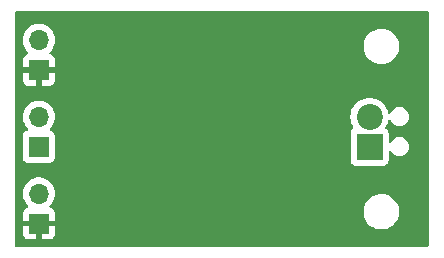
<source format=gbl>
G04 #@! TF.GenerationSoftware,KiCad,Pcbnew,7.0.2*
G04 #@! TF.CreationDate,2023-05-22T14:58:51+02:00*
G04 #@! TF.ProjectId,relaismsofet correctie,72656c61-6973-46d7-936f-66657420636f,rev?*
G04 #@! TF.SameCoordinates,Original*
G04 #@! TF.FileFunction,Copper,L2,Bot*
G04 #@! TF.FilePolarity,Positive*
%FSLAX46Y46*%
G04 Gerber Fmt 4.6, Leading zero omitted, Abs format (unit mm)*
G04 Created by KiCad (PCBNEW 7.0.2) date 2023-05-22 14:58:51*
%MOMM*%
%LPD*%
G01*
G04 APERTURE LIST*
G04 #@! TA.AperFunction,ComponentPad*
%ADD10R,2.200000X2.200000*%
G04 #@! TD*
G04 #@! TA.AperFunction,ComponentPad*
%ADD11C,2.200000*%
G04 #@! TD*
G04 #@! TA.AperFunction,ComponentPad*
%ADD12R,1.700000X1.700000*%
G04 #@! TD*
G04 #@! TA.AperFunction,ComponentPad*
%ADD13O,1.700000X1.700000*%
G04 #@! TD*
G04 #@! TA.AperFunction,ViaPad*
%ADD14C,0.800000*%
G04 #@! TD*
G04 APERTURE END LIST*
D10*
X110000000Y-83500000D03*
D11*
X110000000Y-80960000D03*
D12*
X82000000Y-77000000D03*
D13*
X82000000Y-74460000D03*
D12*
X82000000Y-83500000D03*
D13*
X82000000Y-80960000D03*
D12*
X82000000Y-90000000D03*
D13*
X82000000Y-87460000D03*
D14*
X91200000Y-84250000D03*
X103625000Y-86025000D03*
G04 #@! TA.AperFunction,Conductor*
G36*
X114942539Y-72020185D02*
G01*
X114988294Y-72072989D01*
X114999500Y-72124500D01*
X114999500Y-91875500D01*
X114979815Y-91942539D01*
X114927011Y-91988294D01*
X114875500Y-91999500D01*
X80134000Y-91999500D01*
X80066961Y-91979815D01*
X80021206Y-91927011D01*
X80010000Y-91875500D01*
X80010000Y-87460000D01*
X80636843Y-87460000D01*
X80655435Y-87684363D01*
X80655435Y-87684366D01*
X80655436Y-87684368D01*
X80687715Y-87811836D01*
X80710705Y-87902618D01*
X80801138Y-88108788D01*
X80924279Y-88297269D01*
X81075706Y-88461761D01*
X81106629Y-88524416D01*
X81098769Y-88593842D01*
X81054622Y-88647998D01*
X81027811Y-88661927D01*
X80907911Y-88706647D01*
X80792811Y-88792811D01*
X80706647Y-88907910D01*
X80656400Y-89042628D01*
X80650354Y-89098867D01*
X80650000Y-89105481D01*
X80650000Y-89750000D01*
X81566314Y-89750000D01*
X81540507Y-89790156D01*
X81500000Y-89928111D01*
X81500000Y-90071889D01*
X81540507Y-90209844D01*
X81566314Y-90250000D01*
X80650000Y-90250000D01*
X80650000Y-90894518D01*
X80650354Y-90901132D01*
X80656400Y-90957371D01*
X80706647Y-91092089D01*
X80792811Y-91207188D01*
X80907910Y-91293352D01*
X81042628Y-91343599D01*
X81098867Y-91349645D01*
X81105482Y-91350000D01*
X81750000Y-91350000D01*
X81750000Y-90435501D01*
X81857685Y-90484680D01*
X81964237Y-90500000D01*
X82035763Y-90500000D01*
X82142315Y-90484680D01*
X82250000Y-90435501D01*
X82250000Y-91350000D01*
X82894518Y-91350000D01*
X82901132Y-91349645D01*
X82957371Y-91343599D01*
X83092089Y-91293352D01*
X83207188Y-91207188D01*
X83293352Y-91092089D01*
X83343599Y-90957371D01*
X83349645Y-90901132D01*
X83350000Y-90894518D01*
X83350000Y-90250000D01*
X82433686Y-90250000D01*
X82459493Y-90209844D01*
X82500000Y-90071889D01*
X82500000Y-89928111D01*
X82459493Y-89790156D01*
X82433686Y-89750000D01*
X83350000Y-89750000D01*
X83350000Y-89124334D01*
X109499500Y-89124334D01*
X109540429Y-89369615D01*
X109621170Y-89604805D01*
X109621172Y-89604810D01*
X109739526Y-89823509D01*
X109739529Y-89823514D01*
X109820941Y-89928111D01*
X109892262Y-90019744D01*
X110075215Y-90188164D01*
X110283393Y-90324173D01*
X110511119Y-90424063D01*
X110752179Y-90485108D01*
X110937933Y-90500500D01*
X110940503Y-90500500D01*
X111059497Y-90500500D01*
X111062067Y-90500500D01*
X111247821Y-90485108D01*
X111488881Y-90424063D01*
X111716607Y-90324173D01*
X111924785Y-90188164D01*
X112107738Y-90019744D01*
X112260474Y-89823509D01*
X112378828Y-89604810D01*
X112459571Y-89369614D01*
X112500500Y-89124335D01*
X112500500Y-88875665D01*
X112459571Y-88630386D01*
X112378828Y-88395190D01*
X112260474Y-88176491D01*
X112260471Y-88176487D01*
X112260470Y-88176485D01*
X112107740Y-87980259D01*
X112107738Y-87980256D01*
X111924785Y-87811836D01*
X111716607Y-87675827D01*
X111716604Y-87675825D01*
X111591523Y-87620960D01*
X111488881Y-87575937D01*
X111308867Y-87530351D01*
X111247822Y-87514892D01*
X111213854Y-87512077D01*
X111062067Y-87499500D01*
X110937933Y-87499500D01*
X110820111Y-87509262D01*
X110752177Y-87514892D01*
X110630087Y-87545810D01*
X110511119Y-87575937D01*
X110511116Y-87575938D01*
X110511117Y-87575938D01*
X110283395Y-87675825D01*
X110144607Y-87766499D01*
X110075215Y-87811836D01*
X109976600Y-87902618D01*
X109892259Y-87980259D01*
X109739529Y-88176485D01*
X109621170Y-88395194D01*
X109540429Y-88630384D01*
X109499500Y-88875665D01*
X109499500Y-89124334D01*
X83350000Y-89124334D01*
X83350000Y-89105481D01*
X83349645Y-89098867D01*
X83343599Y-89042628D01*
X83293352Y-88907910D01*
X83207188Y-88792811D01*
X83092089Y-88706647D01*
X82972188Y-88661927D01*
X82916255Y-88620055D01*
X82891838Y-88554591D01*
X82906690Y-88486318D01*
X82924289Y-88461766D01*
X83075722Y-88297268D01*
X83198860Y-88108791D01*
X83289296Y-87902616D01*
X83344564Y-87684368D01*
X83363156Y-87460000D01*
X83344564Y-87235632D01*
X83289296Y-87017384D01*
X83198860Y-86811209D01*
X83075722Y-86622732D01*
X82923240Y-86457094D01*
X82745576Y-86318811D01*
X82547574Y-86211658D01*
X82547573Y-86211657D01*
X82547572Y-86211657D01*
X82334636Y-86138556D01*
X82112569Y-86101500D01*
X81887431Y-86101500D01*
X81665363Y-86138556D01*
X81452427Y-86211657D01*
X81254424Y-86318811D01*
X81076760Y-86457094D01*
X80924279Y-86622730D01*
X80801138Y-86811211D01*
X80710705Y-87017381D01*
X80655435Y-87235636D01*
X80636843Y-87460000D01*
X80010000Y-87460000D01*
X80010000Y-80960000D01*
X80636843Y-80960000D01*
X80655435Y-81184363D01*
X80655435Y-81184366D01*
X80655436Y-81184368D01*
X80687129Y-81309522D01*
X80710705Y-81402618D01*
X80801138Y-81608788D01*
X80924281Y-81797273D01*
X81069489Y-81955009D01*
X81100412Y-82017663D01*
X81092552Y-82087089D01*
X81048405Y-82141245D01*
X81021595Y-82155173D01*
X80903795Y-82199111D01*
X80786738Y-82286738D01*
X80699110Y-82403796D01*
X80648011Y-82540794D01*
X80641853Y-82598075D01*
X80641500Y-82601362D01*
X80641500Y-84398638D01*
X80641852Y-84401918D01*
X80641853Y-84401924D01*
X80648011Y-84459205D01*
X80699110Y-84596203D01*
X80786738Y-84713261D01*
X80903796Y-84800889D01*
X81040794Y-84851988D01*
X81040797Y-84851988D01*
X81040799Y-84851989D01*
X81101362Y-84858500D01*
X81104672Y-84858500D01*
X82895328Y-84858500D01*
X82898638Y-84858500D01*
X82959201Y-84851989D01*
X82959203Y-84851988D01*
X82959205Y-84851988D01*
X83037124Y-84822924D01*
X83096204Y-84800889D01*
X83213261Y-84713261D01*
X83300889Y-84596204D01*
X83351989Y-84459201D01*
X83358500Y-84398638D01*
X83358500Y-82601362D01*
X83351989Y-82540799D01*
X83351988Y-82540797D01*
X83351988Y-82540794D01*
X83300889Y-82403796D01*
X83213261Y-82286738D01*
X83096203Y-82199110D01*
X82978405Y-82155173D01*
X82922471Y-82113302D01*
X82898055Y-82047837D01*
X82912907Y-81979564D01*
X82930507Y-81955011D01*
X83075722Y-81797268D01*
X83198860Y-81608791D01*
X83289296Y-81402616D01*
X83344564Y-81184368D01*
X83363156Y-80960000D01*
X108386526Y-80960000D01*
X108406391Y-81212404D01*
X108465494Y-81458590D01*
X108467016Y-81462264D01*
X108562384Y-81692502D01*
X108626588Y-81797273D01*
X108639891Y-81818981D01*
X108658135Y-81886427D01*
X108637018Y-81953030D01*
X108608474Y-81983038D01*
X108536737Y-82036739D01*
X108449110Y-82153796D01*
X108398011Y-82290794D01*
X108391853Y-82348075D01*
X108391500Y-82351362D01*
X108391500Y-84648638D01*
X108391852Y-84651918D01*
X108391853Y-84651924D01*
X108398011Y-84709205D01*
X108449110Y-84846203D01*
X108536738Y-84963261D01*
X108653796Y-85050889D01*
X108790794Y-85101988D01*
X108790797Y-85101988D01*
X108790799Y-85101989D01*
X108851362Y-85108500D01*
X108854672Y-85108500D01*
X111145328Y-85108500D01*
X111148638Y-85108500D01*
X111209201Y-85101989D01*
X111209203Y-85101988D01*
X111209205Y-85101988D01*
X111287124Y-85072924D01*
X111346204Y-85050889D01*
X111463261Y-84963261D01*
X111550889Y-84846204D01*
X111601989Y-84709201D01*
X111608500Y-84648638D01*
X111608500Y-83952548D01*
X111628185Y-83885509D01*
X111680989Y-83839754D01*
X111750147Y-83829810D01*
X111813703Y-83858835D01*
X111837494Y-83886576D01*
X111910185Y-84002264D01*
X112037735Y-84129814D01*
X112037737Y-84129815D01*
X112037738Y-84129816D01*
X112190478Y-84225789D01*
X112360745Y-84285368D01*
X112495046Y-84300500D01*
X112498530Y-84300500D01*
X112581470Y-84300500D01*
X112584954Y-84300500D01*
X112719255Y-84285368D01*
X112889522Y-84225789D01*
X113042262Y-84129816D01*
X113169816Y-84002262D01*
X113265789Y-83849522D01*
X113325368Y-83679255D01*
X113345565Y-83500000D01*
X113325368Y-83320745D01*
X113265789Y-83150478D01*
X113169816Y-82997738D01*
X113169815Y-82997737D01*
X113169814Y-82997735D01*
X113042264Y-82870185D01*
X112979867Y-82830978D01*
X112889522Y-82774211D01*
X112719255Y-82714632D01*
X112719251Y-82714631D01*
X112719250Y-82714631D01*
X112588420Y-82699890D01*
X112588410Y-82699889D01*
X112584954Y-82699500D01*
X112495046Y-82699500D01*
X112491590Y-82699889D01*
X112491579Y-82699890D01*
X112360749Y-82714631D01*
X112360746Y-82714631D01*
X112360745Y-82714632D01*
X112190478Y-82774211D01*
X112190476Y-82774211D01*
X112190476Y-82774212D01*
X112037735Y-82870185D01*
X111910184Y-82997736D01*
X111837494Y-83113423D01*
X111785159Y-83159714D01*
X111716106Y-83170362D01*
X111652257Y-83141987D01*
X111613885Y-83083598D01*
X111608500Y-83047451D01*
X111608500Y-82354671D01*
X111608500Y-82351362D01*
X111601989Y-82290799D01*
X111601988Y-82290797D01*
X111601988Y-82290794D01*
X111550889Y-82153796D01*
X111463262Y-82036740D01*
X111437778Y-82017663D01*
X111391524Y-81983037D01*
X111349654Y-81927104D01*
X111344670Y-81857413D01*
X111360109Y-81818981D01*
X111373412Y-81797273D01*
X111437616Y-81692502D01*
X111534505Y-81458591D01*
X111571148Y-81305960D01*
X111605937Y-81245370D01*
X111667963Y-81213205D01*
X111737532Y-81219681D01*
X111792556Y-81262740D01*
X111808761Y-81293950D01*
X111814209Y-81309518D01*
X111814210Y-81309520D01*
X111814211Y-81309522D01*
X111814212Y-81309523D01*
X111910185Y-81462264D01*
X112037735Y-81589814D01*
X112037737Y-81589815D01*
X112037738Y-81589816D01*
X112190478Y-81685789D01*
X112360745Y-81745368D01*
X112495046Y-81760500D01*
X112498530Y-81760500D01*
X112581470Y-81760500D01*
X112584954Y-81760500D01*
X112719255Y-81745368D01*
X112889522Y-81685789D01*
X113042262Y-81589816D01*
X113169816Y-81462262D01*
X113265789Y-81309522D01*
X113325368Y-81139255D01*
X113345565Y-80960000D01*
X113325368Y-80780745D01*
X113265789Y-80610478D01*
X113169816Y-80457738D01*
X113169815Y-80457737D01*
X113169814Y-80457735D01*
X113042264Y-80330185D01*
X112979867Y-80290979D01*
X112889522Y-80234211D01*
X112719255Y-80174632D01*
X112719251Y-80174631D01*
X112719250Y-80174631D01*
X112588420Y-80159890D01*
X112588410Y-80159889D01*
X112584954Y-80159500D01*
X112495046Y-80159500D01*
X112491590Y-80159889D01*
X112491579Y-80159890D01*
X112360749Y-80174631D01*
X112360746Y-80174631D01*
X112360745Y-80174632D01*
X112190478Y-80234211D01*
X112190476Y-80234211D01*
X112190476Y-80234212D01*
X112037735Y-80330185D01*
X111910185Y-80457735D01*
X111814209Y-80610480D01*
X111808761Y-80626050D01*
X111768037Y-80682824D01*
X111703084Y-80708569D01*
X111634522Y-80695111D01*
X111584121Y-80646722D01*
X111571147Y-80614037D01*
X111570292Y-80610476D01*
X111534505Y-80461409D01*
X111437616Y-80227498D01*
X111305328Y-80011624D01*
X111140898Y-79819102D01*
X110948376Y-79654672D01*
X110732502Y-79522384D01*
X110615546Y-79473939D01*
X110498590Y-79425494D01*
X110252404Y-79366391D01*
X110000000Y-79346526D01*
X109747595Y-79366391D01*
X109501409Y-79425494D01*
X109267496Y-79522385D01*
X109051625Y-79654671D01*
X109051623Y-79654672D01*
X109051624Y-79654672D01*
X108859102Y-79819102D01*
X108694672Y-80011624D01*
X108562384Y-80227498D01*
X108559603Y-80234212D01*
X108465494Y-80461409D01*
X108406391Y-80707595D01*
X108386526Y-80960000D01*
X83363156Y-80960000D01*
X83344564Y-80735632D01*
X83289296Y-80517384D01*
X83198860Y-80311209D01*
X83075722Y-80122732D01*
X82923240Y-79957094D01*
X82745576Y-79818811D01*
X82547574Y-79711658D01*
X82547573Y-79711657D01*
X82547572Y-79711657D01*
X82334636Y-79638556D01*
X82112569Y-79601500D01*
X81887431Y-79601500D01*
X81665363Y-79638556D01*
X81452427Y-79711657D01*
X81254424Y-79818811D01*
X81076760Y-79957094D01*
X80924279Y-80122730D01*
X80801138Y-80311211D01*
X80710705Y-80517381D01*
X80655435Y-80735636D01*
X80636843Y-80960000D01*
X80010000Y-80960000D01*
X80010000Y-74460000D01*
X80636843Y-74460000D01*
X80655435Y-74684363D01*
X80655435Y-74684366D01*
X80655436Y-74684368D01*
X80703879Y-74875665D01*
X80710705Y-74902618D01*
X80801138Y-75108788D01*
X80924279Y-75297269D01*
X81075706Y-75461761D01*
X81106629Y-75524416D01*
X81098769Y-75593842D01*
X81054622Y-75647998D01*
X81027811Y-75661927D01*
X80907911Y-75706647D01*
X80792811Y-75792811D01*
X80706647Y-75907910D01*
X80656400Y-76042628D01*
X80650354Y-76098867D01*
X80650000Y-76105481D01*
X80650000Y-76750000D01*
X81566314Y-76750000D01*
X81540507Y-76790156D01*
X81500000Y-76928111D01*
X81500000Y-77071889D01*
X81540507Y-77209844D01*
X81566314Y-77250000D01*
X80650000Y-77250000D01*
X80650000Y-77894518D01*
X80650354Y-77901132D01*
X80656400Y-77957371D01*
X80706647Y-78092089D01*
X80792811Y-78207188D01*
X80907910Y-78293352D01*
X81042628Y-78343599D01*
X81098867Y-78349645D01*
X81105482Y-78350000D01*
X81750000Y-78350000D01*
X81750000Y-77435501D01*
X81857685Y-77484680D01*
X81964237Y-77500000D01*
X82035763Y-77500000D01*
X82142315Y-77484680D01*
X82250000Y-77435501D01*
X82250000Y-78350000D01*
X82894518Y-78350000D01*
X82901132Y-78349645D01*
X82957371Y-78343599D01*
X83092089Y-78293352D01*
X83207188Y-78207188D01*
X83293352Y-78092089D01*
X83343599Y-77957371D01*
X83349645Y-77901132D01*
X83350000Y-77894518D01*
X83350000Y-77250000D01*
X82433686Y-77250000D01*
X82459493Y-77209844D01*
X82500000Y-77071889D01*
X82500000Y-76928111D01*
X82459493Y-76790156D01*
X82433686Y-76750000D01*
X83350000Y-76750000D01*
X83350000Y-76105481D01*
X83349645Y-76098867D01*
X83343599Y-76042628D01*
X83293352Y-75907910D01*
X83207188Y-75792811D01*
X83092089Y-75706647D01*
X82972188Y-75661927D01*
X82916255Y-75620055D01*
X82891838Y-75554591D01*
X82906690Y-75486318D01*
X82924289Y-75461766D01*
X83075722Y-75297268D01*
X83188705Y-75124334D01*
X109499500Y-75124334D01*
X109540429Y-75369615D01*
X109619929Y-75601189D01*
X109621172Y-75604810D01*
X109739526Y-75823509D01*
X109739529Y-75823514D01*
X109805218Y-75907910D01*
X109892262Y-76019744D01*
X110075215Y-76188164D01*
X110283393Y-76324173D01*
X110511119Y-76424063D01*
X110752179Y-76485108D01*
X110937933Y-76500500D01*
X110940503Y-76500500D01*
X111059497Y-76500500D01*
X111062067Y-76500500D01*
X111247821Y-76485108D01*
X111488881Y-76424063D01*
X111716607Y-76324173D01*
X111924785Y-76188164D01*
X112107738Y-76019744D01*
X112260474Y-75823509D01*
X112378828Y-75604810D01*
X112459571Y-75369614D01*
X112500500Y-75124335D01*
X112500500Y-74875665D01*
X112459571Y-74630386D01*
X112378828Y-74395190D01*
X112260474Y-74176491D01*
X112260471Y-74176487D01*
X112260470Y-74176485D01*
X112136636Y-74017384D01*
X112107738Y-73980256D01*
X111924785Y-73811836D01*
X111716607Y-73675827D01*
X111716604Y-73675825D01*
X111591523Y-73620960D01*
X111488881Y-73575937D01*
X111308867Y-73530351D01*
X111247822Y-73514892D01*
X111213854Y-73512077D01*
X111062067Y-73499500D01*
X110937933Y-73499500D01*
X110820111Y-73509262D01*
X110752177Y-73514892D01*
X110630087Y-73545810D01*
X110511119Y-73575937D01*
X110511116Y-73575938D01*
X110511117Y-73575938D01*
X110283395Y-73675825D01*
X110144607Y-73766499D01*
X110075215Y-73811836D01*
X110075213Y-73811837D01*
X110075214Y-73811837D01*
X109892259Y-73980259D01*
X109739529Y-74176485D01*
X109621170Y-74395194D01*
X109540429Y-74630384D01*
X109499500Y-74875665D01*
X109499500Y-75124334D01*
X83188705Y-75124334D01*
X83198860Y-75108791D01*
X83289296Y-74902616D01*
X83344564Y-74684368D01*
X83363156Y-74460000D01*
X83344564Y-74235632D01*
X83289296Y-74017384D01*
X83212616Y-73842571D01*
X83198861Y-73811211D01*
X83198860Y-73811209D01*
X83075722Y-73622732D01*
X82923240Y-73457094D01*
X82745576Y-73318811D01*
X82547574Y-73211658D01*
X82547573Y-73211657D01*
X82547572Y-73211657D01*
X82334636Y-73138556D01*
X82112569Y-73101500D01*
X81887431Y-73101500D01*
X81665363Y-73138556D01*
X81452427Y-73211657D01*
X81254424Y-73318811D01*
X81076760Y-73457094D01*
X80924279Y-73622730D01*
X80801138Y-73811211D01*
X80710705Y-74017381D01*
X80655435Y-74235636D01*
X80636843Y-74460000D01*
X80010000Y-74460000D01*
X80010000Y-72124500D01*
X80029685Y-72057461D01*
X80082489Y-72011706D01*
X80134000Y-72000500D01*
X114875500Y-72000500D01*
X114942539Y-72020185D01*
G37*
G04 #@! TD.AperFunction*
M02*

</source>
